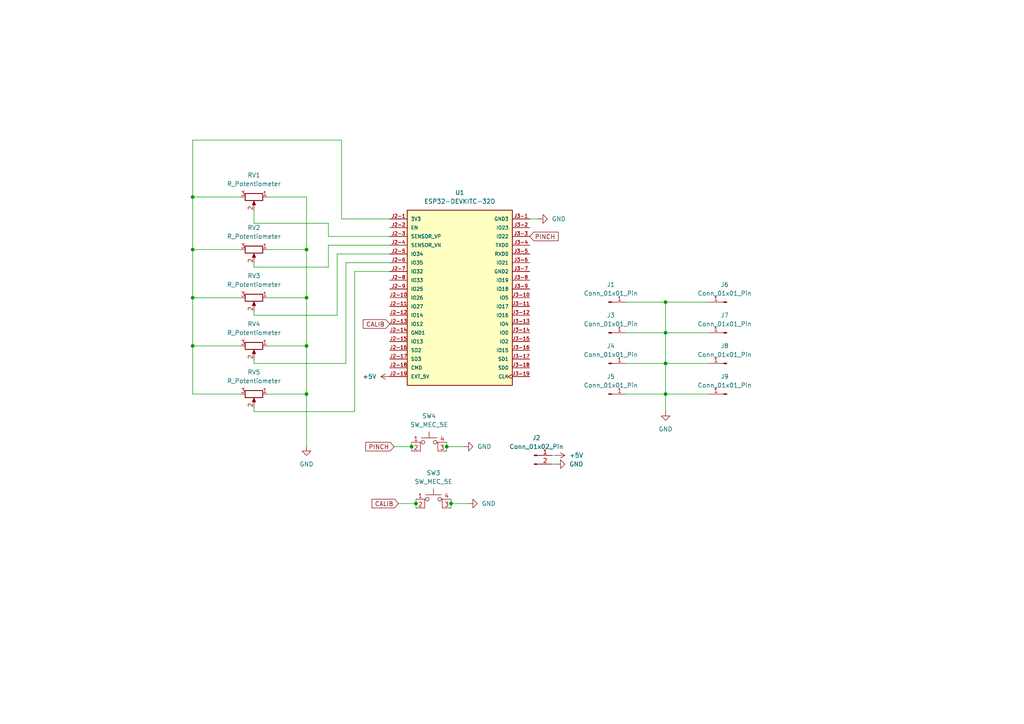
<source format=kicad_sch>
(kicad_sch (version 20231120) (generator "eeschema") (generator_version "8.0")
  (paper "A4")
  (lib_symbols
    (symbol "Connector:Conn_01x01_Pin" (pin_names (offset 1.016) hide)
      (property "Reference" "J" (at 0 2.54 0))
      (property "Value" "Conn_01x01_Pin" (at 0 -2.54 0))
      (symbol "Conn_01x01_Pin_1_1"
        (polyline (pts (xy 1.27 0) (xy 0.8636 0)) (stroke (width 0.1524)))
        (rectangle (start 0.8636 0.127) (end 0 -0.127) (stroke (width 0.1524)) (fill (type outline)))
        (pin passive line (at 5.08 0 180) (length 3.81) (name "Pin_1") (number "1"))
      )
    )
    (symbol "Connector:Conn_01x02_Pin" (pin_names (offset 1.016) hide)
      (property "Reference" "J" (at 0 2.54 0))
      (property "Value" "Conn_01x02_Pin" (at 0 -5.08 0))
      (symbol "Conn_01x02_Pin_1_1"
        (polyline (pts (xy 1.27 -2.54) (xy 0.8636 -2.54)) (stroke (width 0.1524)))
        (polyline (pts (xy 1.27 0) (xy 0.8636 0)) (stroke (width 0.1524)))
        (rectangle (start 0.8636 -2.413) (end 0 -2.667) (stroke (width 0.1524)) (fill (type outline)))
        (rectangle (start 0.8636 0.127) (end 0 -0.127) (stroke (width 0.1524)) (fill (type outline)))
        (pin passive line (at 5.08 0 180) (length 3.81) (name "Pin_1") (number "1"))
        (pin passive line (at 5.08 -2.54 180) (length 3.81) (name "Pin_2") (number "2"))
      )
    )
    (symbol "Device:R_Potentiometer" (pin_names (offset 1.016) hide)
      (property "Reference" "RV" (at -4.445 0 90))
      (property "Value" "R_Potentiometer" (at -2.54 0 90))
      (symbol "R_Potentiometer_0_1"
        (polyline (pts (xy 2.54 0) (xy 1.524 0)))
        (polyline (pts (xy 1.143 0) (xy 2.286 0.508) (xy 2.286 -0.508) (xy 1.143 0)) (fill (type outline)))
        (rectangle (start 1.016 2.54) (end -1.016 -2.54) (stroke (width 0.254)))
      )
      (symbol "R_Potentiometer_1_1"
        (pin passive line (at 0 3.81 270) (length 1.27) (name "1") (number "1"))
        (pin passive line (at 3.81 0 180) (length 1.27) (name "2") (number "2"))
        (pin passive line (at 0 -3.81 90) (length 1.27) (name "3") (number "3"))
      )
    )
    (symbol "ESP32-DEVKITC-32D:ESP32-DEVKITC-32D" (pin_names (offset 1.016))
      (property "Reference" "U" (at -15.2572 26.0643 0))
      (property "Value" "ESP32-DEVKITC-32D" (at -15.2563 -27.9698 0))
      (symbol "ESP32-DEVKITC-32D_0_0"
        (rectangle (start -15.24 -25.4) (end 15.24 25.4) (stroke (width 0.254)) (fill (type background)))
        (pin power_in line (at -20.32 22.86 0) (length 5.08) (name "3V3") (number "J2-1"))
        (pin bidirectional line (at -20.32 0 0) (length 5.08) (name "IO26") (number "J2-10"))
        (pin bidirectional line (at -20.32 -2.54 0) (length 5.08) (name "IO27") (number "J2-11"))
        (pin bidirectional line (at -20.32 -5.08 0) (length 5.08) (name "IO14") (number "J2-12"))
        (pin bidirectional line (at -20.32 -7.62 0) (length 5.08) (name "IO12") (number "J2-13"))
        (pin power_in line (at -20.32 -10.16 0) (length 5.08) (name "GND1") (number "J2-14"))
        (pin bidirectional line (at -20.32 -12.7 0) (length 5.08) (name "IO13") (number "J2-15"))
        (pin bidirectional line (at -20.32 -15.24 0) (length 5.08) (name "SD2") (number "J2-16"))
        (pin bidirectional line (at -20.32 -17.78 0) (length 5.08) (name "SD3") (number "J2-17"))
        (pin bidirectional line (at -20.32 -20.32 0) (length 5.08) (name "CMD") (number "J2-18"))
        (pin power_in line (at -20.32 -22.86 0) (length 5.08) (name "EXT_5V") (number "J2-19"))
        (pin input line (at -20.32 20.32 0) (length 5.08) (name "EN") (number "J2-2"))
        (pin input line (at -20.32 17.78 0) (length 5.08) (name "SENSOR_VP") (number "J2-3"))
        (pin input line (at -20.32 15.24 0) (length 5.08) (name "SENSOR_VN") (number "J2-4"))
        (pin bidirectional line (at -20.32 12.7 0) (length 5.08) (name "IO34") (number "J2-5"))
        (pin bidirectional line (at -20.32 10.16 0) (length 5.08) (name "IO35") (number "J2-6"))
        (pin bidirectional line (at -20.32 7.62 0) (length 5.08) (name "IO32") (number "J2-7"))
        (pin bidirectional line (at -20.32 5.08 0) (length 5.08) (name "IO33") (number "J2-8"))
        (pin bidirectional line (at -20.32 2.54 0) (length 5.08) (name "IO25") (number "J2-9"))
        (pin power_in line (at 20.32 22.86 180) (length 5.08) (name "GND3") (number "J3-1"))
        (pin bidirectional line (at 20.32 0 180) (length 5.08) (name "IO5") (number "J3-10"))
        (pin bidirectional line (at 20.32 -2.54 180) (length 5.08) (name "IO17") (number "J3-11"))
        (pin bidirectional line (at 20.32 -5.08 180) (length 5.08) (name "IO16") (number "J3-12"))
        (pin bidirectional line (at 20.32 -7.62 180) (length 5.08) (name "IO4") (number "J3-13"))
        (pin bidirectional line (at 20.32 -10.16 180) (length 5.08) (name "IO0") (number "J3-14"))
        (pin bidirectional line (at 20.32 -12.7 180) (length 5.08) (name "IO2") (number "J3-15"))
        (pin bidirectional line (at 20.32 -15.24 180) (length 5.08) (name "IO15") (number "J3-16"))
        (pin bidirectional line (at 20.32 -17.78 180) (length 5.08) (name "SD1") (number "J3-17"))
        (pin bidirectional line (at 20.32 -20.32 180) (length 5.08) (name "SD0") (number "J3-18"))
        (pin input clock (at 20.32 -22.86 180) (length 5.08) (name "CLK") (number "J3-19"))
        (pin bidirectional line (at 20.32 20.32 180) (length 5.08) (name "IO23") (number "J3-2"))
        (pin bidirectional line (at 20.32 17.78 180) (length 5.08) (name "IO22") (number "J3-3"))
        (pin output line (at 20.32 15.24 180) (length 5.08) (name "TXD0") (number "J3-4"))
        (pin input line (at 20.32 12.7 180) (length 5.08) (name "RXD0") (number "J3-5"))
        (pin bidirectional line (at 20.32 10.16 180) (length 5.08) (name "IO21") (number "J3-6"))
        (pin power_in line (at 20.32 7.62 180) (length 5.08) (name "GND2") (number "J3-7"))
        (pin bidirectional line (at 20.32 5.08 180) (length 5.08) (name "IO19") (number "J3-8"))
        (pin bidirectional line (at 20.32 2.54 180) (length 5.08) (name "IO18") (number "J3-9"))
      )
    )
    (symbol "Switch:SW_MEC_5E" (pin_names (offset 1.016) hide)
      (property "Reference" "SW" (at 0.635 5.715 0))
      (property "Value" "SW_MEC_5E" (at 0 -3.175 0))
      (symbol "SW_MEC_5E_0_1"
        (circle (center -1.778 2.54) (radius 0.508))
        (polyline (pts (xy -2.286 3.81) (xy 2.286 3.81)))
        (polyline (pts (xy 0 3.81) (xy 0 5.588)))
        (polyline (pts (xy -2.54 0) (xy -2.54 2.54) (xy -2.286 2.54)))
        (polyline (pts (xy 2.54 0) (xy 2.54 2.54) (xy 2.286 2.54)))
        (circle (center 1.778 2.54) (radius 0.508))
        (pin passive line (at -5.08 2.54 0) (length 2.54) (name "1") (number "1"))
        (pin passive line (at -5.08 0 0) (length 2.54) (name "2") (number "2"))
        (pin passive line (at 5.08 0 180) (length 2.54) (name "K") (number "3"))
        (pin passive line (at 5.08 2.54 180) (length 2.54) (name "A") (number "4"))
      )
    )
    (symbol "power:+5V" (power) (pin_numbers hide) (pin_names (offset 0) hide)
      (property "Value" "+5V" (at 0 3.556 0))
      (symbol "+5V_0_1"
        (polyline (pts (xy -0.762 1.27) (xy 0 2.54)))
        (polyline (pts (xy 0 0) (xy 0 2.54)))
        (polyline (pts (xy 0 2.54) (xy 0.762 1.27)))
      )
      (symbol "+5V_1_1"
        (pin power_in line (at 0 0 90) (length 0) (name "~") (number "1"))
      )
    )
    (symbol "power:GND" (power) (pin_numbers hide) (pin_names (offset 0) hide)
      (property "Value" "GND" (at 0 -3.81 0))
      (symbol "GND_0_1"
        (polyline (pts (xy 0 0) (xy 0 -1.27) (xy 1.27 -1.27) (xy 0 -2.54) (xy -1.27 -1.27) (xy 0 -1.27)))
      )
      (symbol "GND_1_1"
        (pin power_in line (at 0 0 270) (length 0) (name "~") (number "1"))
      )
    )
  )
  (junction (at 130.81 146.05))
  (junction (at 88.9 114.3))
  (junction (at 129.54 129.54))
  (junction (at 119.38 129.54))
  (junction (at 88.9 72.39))
  (junction (at 88.9 86.36))
  (junction (at 88.9 100.33))
  (junction (at 193.04 87.63))
  (junction (at 193.04 114.3))
  (junction (at 55.88 100.33))
  (junction (at 193.04 96.52))
  (junction (at 55.88 57.15))
  (junction (at 120.65 146.05))
  (junction (at 55.88 86.36))
  (junction (at 193.04 105.41))
  (junction (at 55.88 72.39))
  (wire (pts (xy 73.66 118.11) (xy 73.66 119.38)))
  (wire (pts (xy 193.04 87.63) (xy 205.74 87.63)))
  (wire (pts (xy 181.61 114.3) (xy 193.04 114.3)))
  (wire (pts (xy 55.88 86.36) (xy 55.88 100.33)))
  (wire (pts (xy 120.65 146.05) (xy 120.65 147.32)))
  (wire (pts (xy 73.66 64.77) (xy 95.25 64.77)))
  (wire (pts (xy 193.04 87.63) (xy 193.04 96.52)))
  (wire (pts (xy 95.25 77.47) (xy 95.25 71.12)))
  (wire (pts (xy 55.88 57.15) (xy 55.88 40.64)))
  (wire (pts (xy 88.9 86.36) (xy 88.9 100.33)))
  (wire (pts (xy 55.88 100.33) (xy 55.88 114.3)))
  (wire (pts (xy 95.25 71.12) (xy 113.03 71.12)))
  (wire (pts (xy 181.61 96.52) (xy 193.04 96.52)))
  (wire (pts (xy 69.85 100.33) (xy 55.88 100.33)))
  (wire (pts (xy 193.04 114.3) (xy 205.74 114.3)))
  (wire (pts (xy 100.33 76.2) (xy 113.03 76.2)))
  (wire (pts (xy 161.29 134.62) (xy 160.02 134.62)))
  (wire (pts (xy 100.33 105.41) (xy 100.33 76.2)))
  (wire (pts (xy 193.04 96.52) (xy 193.04 105.41)))
  (wire (pts (xy 55.88 72.39) (xy 55.88 86.36)))
  (wire (pts (xy 55.88 40.64) (xy 99.06 40.64)))
  (wire (pts (xy 181.61 105.41) (xy 193.04 105.41)))
  (wire (pts (xy 130.81 144.78) (xy 130.81 146.05)))
  (wire (pts (xy 99.06 40.64) (xy 99.06 63.5)))
  (wire (pts (xy 119.38 129.54) (xy 119.38 130.81)))
  (wire (pts (xy 73.66 119.38) (xy 102.87 119.38)))
  (wire (pts (xy 55.88 72.39) (xy 69.85 72.39)))
  (wire (pts (xy 119.38 128.27) (xy 119.38 129.54)))
  (wire (pts (xy 102.87 119.38) (xy 102.87 78.74)))
  (wire (pts (xy 73.66 76.2) (xy 73.66 77.47)))
  (wire (pts (xy 97.79 91.44) (xy 97.79 73.66)))
  (wire (pts (xy 73.66 104.14) (xy 73.66 105.41)))
  (wire (pts (xy 115.57 146.05) (xy 120.65 146.05)))
  (wire (pts (xy 120.65 144.78) (xy 120.65 146.05)))
  (wire (pts (xy 77.47 114.3) (xy 88.9 114.3)))
  (wire (pts (xy 73.66 90.17) (xy 73.66 91.44)))
  (wire (pts (xy 88.9 114.3) (xy 88.9 129.54)))
  (wire (pts (xy 181.61 87.63) (xy 193.04 87.63)))
  (wire (pts (xy 77.47 57.15) (xy 88.9 57.15)))
  (wire (pts (xy 102.87 78.74) (xy 113.03 78.74)))
  (wire (pts (xy 130.81 146.05) (xy 135.89 146.05)))
  (wire (pts (xy 88.9 57.15) (xy 88.9 72.39)))
  (wire (pts (xy 193.04 96.52) (xy 205.74 96.52)))
  (wire (pts (xy 114.3 129.54) (xy 119.38 129.54)))
  (wire (pts (xy 95.25 64.77) (xy 95.25 68.58)))
  (wire (pts (xy 77.47 100.33) (xy 88.9 100.33)))
  (wire (pts (xy 77.47 72.39) (xy 88.9 72.39)))
  (wire (pts (xy 73.66 105.41) (xy 100.33 105.41)))
  (wire (pts (xy 99.06 63.5) (xy 113.03 63.5)))
  (wire (pts (xy 193.04 114.3) (xy 193.04 119.38)))
  (wire (pts (xy 73.66 91.44) (xy 97.79 91.44)))
  (wire (pts (xy 129.54 129.54) (xy 129.54 130.81)))
  (wire (pts (xy 55.88 114.3) (xy 69.85 114.3)))
  (wire (pts (xy 73.66 77.47) (xy 95.25 77.47)))
  (wire (pts (xy 97.79 73.66) (xy 113.03 73.66)))
  (wire (pts (xy 129.54 128.27) (xy 129.54 129.54)))
  (wire (pts (xy 69.85 57.15) (xy 55.88 57.15)))
  (wire (pts (xy 193.04 105.41) (xy 205.74 105.41)))
  (wire (pts (xy 161.29 132.08) (xy 160.02 132.08)))
  (wire (pts (xy 129.54 129.54) (xy 134.62 129.54)))
  (wire (pts (xy 130.81 146.05) (xy 130.81 147.32)))
  (wire (pts (xy 55.88 86.36) (xy 69.85 86.36)))
  (wire (pts (xy 95.25 68.58) (xy 113.03 68.58)))
  (wire (pts (xy 55.88 57.15) (xy 55.88 72.39)))
  (wire (pts (xy 73.66 60.96) (xy 73.66 64.77)))
  (wire (pts (xy 156.21 63.5) (xy 153.67 63.5)))
  (wire (pts (xy 193.04 105.41) (xy 193.04 114.3)))
  (wire (pts (xy 88.9 100.33) (xy 88.9 114.3)))
  (wire (pts (xy 77.47 86.36) (xy 88.9 86.36)))
  (wire (pts (xy 88.9 72.39) (xy 88.9 86.36)))
  (global_label "PINCH" (shape input) (at 153.67 68.58 0) (property "Intersheetrefs" "${INTERSHEET_REFS}" (effects (hide yes))))
  (global_label "CALIB" (shape input) (at 113.03 93.98 180) (property "Intersheetrefs" "${INTERSHEET_REFS}" (effects (hide yes))))
  (global_label "PINCH" (shape input) (at 114.3 129.54 180) (property "Intersheetrefs" "${INTERSHEET_REFS}" (effects (hide yes))))
  (global_label "CALIB" (shape input) (at 115.57 146.05 180) (property "Intersheetrefs" "${INTERSHEET_REFS}" (effects (hide yes))))
  (symbol (lib_id "Connector:Conn_01x01_Pin") (at 176.53 96.52 0) (unit 1)
    (property "Reference" "J3" (at 177.165 91.44 0))
    (property "Value" "Conn_01x01_Pin" (at 177.165 93.98 0))
    (property "Footprint" "test_foot:THR_pin1" (effects (hide yes)))
    (property "Description" "Generic connector, single row, 01x01, script generated" (effects (hide yes)))
  )
  (symbol (lib_id "power:GND") (at 156.21 63.5 90) (unit 1)
    (property "Reference" "#PWR04" (effects (hide yes)))
    (property "Value" "GND" (at 160.02 63.4999 90) (effects (justify right)))
    (property "Description" "Power symbol creates a global label with name \"GND\" , ground" (effects (hide yes)))
  )
  (symbol (lib_id "Connector:Conn_01x01_Pin") (at 210.82 87.63 180) (unit 1)
    (property "Reference" "J6" (at 210.185 82.55 0))
    (property "Value" "Conn_01x01_Pin" (at 210.185 85.09 0))
    (property "Footprint" "test_foot:THR_pin1" (effects (hide yes)))
    (property "Description" "Generic connector, single row, 01x01, script generated" (effects (hide yes)))
  )
  (symbol (lib_id "ESP32-DEVKITC-32D:ESP32-DEVKITC-32D") (at 133.35 86.36 0) (unit 1)
    (property "Reference" "U1" (at 133.35 55.88 0))
    (property "Value" "ESP32-DEVKITC-32D" (at 133.35 58.42 0))
    (property "Footprint" "ESP32:MODULE_ESP32-DEVKITC-32D" (effects (hide yes)))
    (property "MF" "Espressif Systems" (effects (hide yes)))
    (property "MAXIMUM_PACKAGE_HEIGHT" "N/A" (effects (hide yes)))
    (property "Package" "None" (effects (hide yes)))
    (property "Price" "None" (effects (hide yes)))
    (property "Check_prices" "https://www.snapeda.com/parts/ESP32-DEVKITC-32D/Espressif+Systems/view-part/?ref=eda" (effects (hide yes)))
    (property "STANDARD" "Manufacturer Recommendations" (effects (hide yes)))
    (property "PARTREV" "V4" (effects (hide yes)))
    (property "SnapEDA_Link" "https://www.snapeda.com/parts/ESP32-DEVKITC-32D/Espressif+Systems/view-part/?ref=snap" (effects (hide yes)))
    (property "MP" "ESP32-DEVKITC-32D" (effects (hide yes)))
    (property "Description_1" "\n                        \n                            WiFi Development Tools (802.11) ESP32 General Development Kit, ESP32-WROOM-32D on the board\n                        \n" (effects (hide yes)))
    (property "MANUFACTURER" "Espressif Systems" (effects (hide yes)))
    (property "Availability" "In Stock" (effects (hide yes)))
    (property "SNAPEDA_PN" "ESP32-DEVKITC-32D" (effects (hide yes)))
  )
  (symbol (lib_id "Connector:Conn_01x01_Pin") (at 210.82 96.52 180) (unit 1)
    (property "Reference" "J7" (at 210.185 91.44 0))
    (property "Value" "Conn_01x01_Pin" (at 210.185 93.98 0))
    (property "Footprint" "test_foot:THR_pin1" (effects (hide yes)))
    (property "Description" "Generic connector, single row, 01x01, script generated" (effects (hide yes)))
  )
  (symbol (lib_id "power:GND") (at 161.29 134.62 90) (unit 1)
    (property "Reference" "#PWR05" (effects (hide yes)))
    (property "Value" "GND" (at 165.1 134.6199 90) (effects (justify right)))
    (property "Description" "Power symbol creates a global label with name \"GND\" , ground" (effects (hide yes)))
  )
  (symbol (lib_id "Connector:Conn_01x01_Pin") (at 176.53 87.63 0) (unit 1)
    (property "Reference" "J1" (at 177.165 82.55 0))
    (property "Value" "Conn_01x01_Pin" (at 177.165 85.09 0))
    (property "Footprint" "test_foot:THR_pin1" (effects (hide yes)))
    (property "Description" "Generic connector, single row, 01x01, script generated" (effects (hide yes)))
  )
  (symbol (lib_id "Connector:Conn_01x01_Pin") (at 210.82 114.3 180) (unit 1)
    (property "Reference" "J9" (at 210.185 109.22 0))
    (property "Value" "Conn_01x01_Pin" (at 210.185 111.76 0))
    (property "Footprint" "test_foot:THR_pin1" (effects (hide yes)))
    (property "Description" "Generic connector, single row, 01x01, script generated" (effects (hide yes)))
  )
  (symbol (lib_id "Device:R_Potentiometer") (at 73.66 114.3 270) (unit 1)
    (property "Reference" "RV5" (at 73.66 107.95 90))
    (property "Value" "R_Potentiometer" (at 73.66 110.49 90))
    (property "Footprint" "Potentiometer_THT:Potentiometer_Alps_RK09Y11_Single_Horizontal" (effects (hide yes)))
    (property "Description" "Potentiometer" (effects (hide yes)))
  )
  (symbol (lib_id "Connector:Conn_01x01_Pin") (at 176.53 105.41 0) (unit 1)
    (property "Reference" "J4" (at 177.165 100.33 0))
    (property "Value" "Conn_01x01_Pin" (at 177.165 102.87 0))
    (property "Footprint" "test_foot:THR_pin1" (effects (hide yes)))
    (property "Description" "Generic connector, single row, 01x01, script generated" (effects (hide yes)))
  )
  (symbol (lib_id "power:+5V") (at 161.29 132.08 270) (unit 1)
    (property "Reference" "#PWR06" (effects (hide yes)))
    (property "Value" "+5V" (at 165.1 132.0799 90) (effects (justify left)))
    (property "Description" "Power symbol creates a global label with name \"+5V\"" (effects (hide yes)))
  )
  (symbol (lib_id "Device:R_Potentiometer") (at 73.66 57.15 270) (unit 1)
    (property "Reference" "RV1" (at 73.66 50.8 90))
    (property "Value" "R_Potentiometer" (at 73.66 53.34 90))
    (property "Footprint" "Potentiometer_THT:Potentiometer_Alps_RK09Y11_Single_Horizontal" (effects (hide yes)))
    (property "Description" "Potentiometer" (effects (hide yes)))
  )
  (symbol (lib_id "Connector:Conn_01x01_Pin") (at 210.82 105.41 180) (unit 1)
    (property "Reference" "J8" (at 210.185 100.33 0))
    (property "Value" "Conn_01x01_Pin" (at 210.185 102.87 0))
    (property "Footprint" "test_foot:THR_pin1" (effects (hide yes)))
    (property "Description" "Generic connector, single row, 01x01, script generated" (effects (hide yes)))
  )
  (symbol (lib_id "Connector:Conn_01x02_Pin") (at 154.94 132.08 0) (unit 1)
    (property "Reference" "J2" (at 155.575 127 0))
    (property "Value" "Conn_01x02_Pin" (at 155.575 129.54 0))
    (property "Footprint" "Connector_PinHeader_2.54mm:PinHeader_1x02_P2.54mm_Vertical" (effects (hide yes)))
    (property "Description" "Generic connector, single row, 01x02, script generated" (effects (hide yes)))
  )
  (symbol (lib_id "power:GND") (at 135.89 146.05 90) (unit 1)
    (property "Reference" "#PWR08" (effects (hide yes)))
    (property "Value" "GND" (at 139.7 146.0499 90) (effects (justify right)))
    (property "Description" "Power symbol creates a global label with name \"GND\" , ground" (effects (hide yes)))
  )
  (symbol (lib_id "Device:R_Potentiometer") (at 73.66 86.36 270) (unit 1)
    (property "Reference" "RV3" (at 73.66 80.01 90))
    (property "Value" "R_Potentiometer" (at 73.66 82.55 90))
    (property "Footprint" "Potentiometer_THT:Potentiometer_Alps_RK09Y11_Single_Horizontal" (effects (hide yes)))
    (property "Description" "Potentiometer" (effects (hide yes)))
  )
  (symbol (lib_id "Switch:SW_MEC_5E") (at 124.46 130.81 0) (unit 1)
    (property "Reference" "SW4" (at 124.46 120.65 0))
    (property "Value" "SW_MEC_5E" (at 124.46 123.19 0))
    (property "Footprint" "test_foot:button_4pin" (effects (hide yes)))
    (property "Datasheet" "http://www.apem.com/int/index.php?controller=attachment&id_attachment=1371" (effects (hide yes)))
    (property "Description" "MEC 5E single pole normally-open tactile switch" (effects (hide yes)))
  )
  (symbol (lib_id "Connector:Conn_01x01_Pin") (at 176.53 114.3 0) (unit 1)
    (property "Reference" "J5" (at 177.165 109.22 0))
    (property "Value" "Conn_01x01_Pin" (at 177.165 111.76 0))
    (property "Footprint" "test_foot:THR_pin1" (effects (hide yes)))
    (property "Description" "Generic connector, single row, 01x01, script generated" (effects (hide yes)))
  )
  (symbol (lib_id "power:GND") (at 88.9 129.54 0) (unit 1)
    (property "Reference" "#PWR03" (effects (hide yes)))
    (property "Value" "GND" (at 88.9 134.62 0))
    (property "Description" "Power symbol creates a global label with name \"GND\" , ground" (effects (hide yes)))
  )
  (symbol (lib_id "Device:R_Potentiometer") (at 73.66 72.39 270) (unit 1)
    (property "Reference" "RV2" (at 73.66 66.04 90))
    (property "Value" "R_Potentiometer" (at 73.66 68.58 90))
    (property "Footprint" "Potentiometer_THT:Potentiometer_Alps_RK09Y11_Single_Horizontal" (effects (hide yes)))
    (property "Description" "Potentiometer" (effects (hide yes)))
  )
  (symbol (lib_id "Device:R_Potentiometer") (at 73.66 100.33 270) (unit 1)
    (property "Reference" "RV4" (at 73.66 93.98 90))
    (property "Value" "R_Potentiometer" (at 73.66 96.52 90))
    (property "Footprint" "Potentiometer_THT:Potentiometer_Alps_RK09Y11_Single_Horizontal" (effects (hide yes)))
    (property "Description" "Potentiometer" (effects (hide yes)))
  )
  (symbol (lib_id "power:+5V") (at 113.03 109.22 90) (unit 1)
    (property "Reference" "#PWR07" (effects (hide yes)))
    (property "Value" "+5V" (at 109.22 109.2199 90) (effects (justify left)))
    (property "Description" "Power symbol creates a global label with name \"+5V\"" (effects (hide yes)))
  )
  (symbol (lib_id "power:GND") (at 134.62 129.54 90) (unit 1)
    (property "Reference" "#PWR01" (effects (hide yes)))
    (property "Value" "GND" (at 138.43 129.5399 90) (effects (justify right)))
    (property "Description" "Power symbol creates a global label with name \"GND\" , ground" (effects (hide yes)))
  )
  (symbol (lib_id "power:GND") (at 193.04 119.38 0) (unit 1)
    (property "Reference" "#PWR02" (effects (hide yes)))
    (property "Value" "GND" (at 193.04 124.46 0))
    (property "Description" "Power symbol creates a global label with name \"GND\" , ground" (effects (hide yes)))
  )
  (symbol (lib_id "Switch:SW_MEC_5E") (at 125.73 147.32 0) (unit 1)
    (property "Reference" "SW3" (at 125.73 137.16 0))
    (property "Value" "SW_MEC_5E" (at 125.73 139.7 0))
    (property "Footprint" "test_foot:button_4pin" (effects (hide yes)))
    (property "Datasheet" "http://www.apem.com/int/index.php?controller=attachment&id_attachment=1371" (effects (hide yes)))
    (property "Description" "MEC 5E single pole normally-open tactile switch" (effects (hide yes)))
  )
)
</source>
